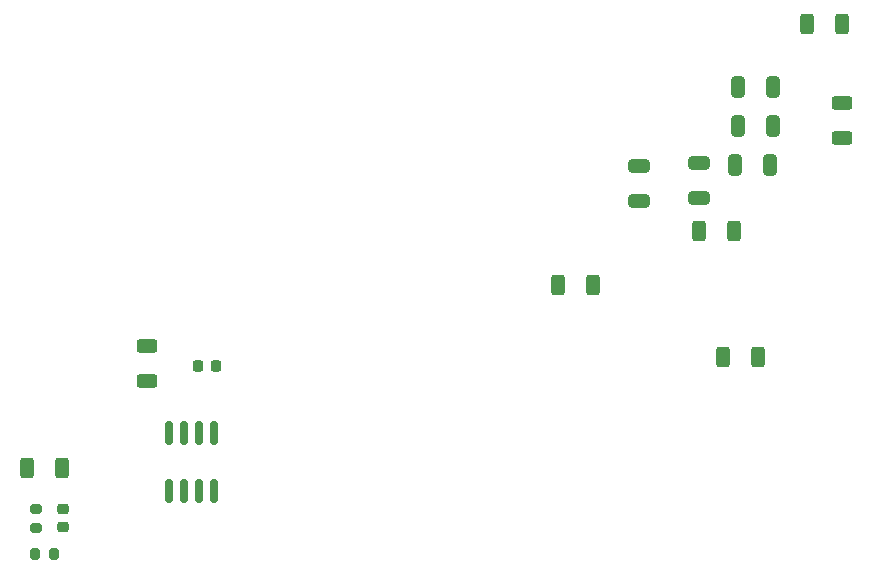
<source format=gbr>
%TF.GenerationSoftware,KiCad,Pcbnew,(6.0.10)*%
%TF.CreationDate,2023-01-04T19:45:40+03:00*%
%TF.ProjectId,ee463_project,65653436-335f-4707-926f-6a6563742e6b,rev?*%
%TF.SameCoordinates,Original*%
%TF.FileFunction,Paste,Top*%
%TF.FilePolarity,Positive*%
%FSLAX46Y46*%
G04 Gerber Fmt 4.6, Leading zero omitted, Abs format (unit mm)*
G04 Created by KiCad (PCBNEW (6.0.10)) date 2023-01-04 19:45:40*
%MOMM*%
%LPD*%
G01*
G04 APERTURE LIST*
G04 Aperture macros list*
%AMRoundRect*
0 Rectangle with rounded corners*
0 $1 Rounding radius*
0 $2 $3 $4 $5 $6 $7 $8 $9 X,Y pos of 4 corners*
0 Add a 4 corners polygon primitive as box body*
4,1,4,$2,$3,$4,$5,$6,$7,$8,$9,$2,$3,0*
0 Add four circle primitives for the rounded corners*
1,1,$1+$1,$2,$3*
1,1,$1+$1,$4,$5*
1,1,$1+$1,$6,$7*
1,1,$1+$1,$8,$9*
0 Add four rect primitives between the rounded corners*
20,1,$1+$1,$2,$3,$4,$5,0*
20,1,$1+$1,$4,$5,$6,$7,0*
20,1,$1+$1,$6,$7,$8,$9,0*
20,1,$1+$1,$8,$9,$2,$3,0*%
G04 Aperture macros list end*
%ADD10RoundRect,0.225000X-0.225000X-0.250000X0.225000X-0.250000X0.225000X0.250000X-0.225000X0.250000X0*%
%ADD11RoundRect,0.250000X0.625000X-0.312500X0.625000X0.312500X-0.625000X0.312500X-0.625000X-0.312500X0*%
%ADD12RoundRect,0.250000X0.325000X0.650000X-0.325000X0.650000X-0.325000X-0.650000X0.325000X-0.650000X0*%
%ADD13RoundRect,0.250000X0.650000X-0.325000X0.650000X0.325000X-0.650000X0.325000X-0.650000X-0.325000X0*%
%ADD14RoundRect,0.250000X0.312500X0.625000X-0.312500X0.625000X-0.312500X-0.625000X0.312500X-0.625000X0*%
%ADD15RoundRect,0.150000X0.150000X-0.825000X0.150000X0.825000X-0.150000X0.825000X-0.150000X-0.825000X0*%
%ADD16RoundRect,0.250000X-0.625000X0.312500X-0.625000X-0.312500X0.625000X-0.312500X0.625000X0.312500X0*%
%ADD17RoundRect,0.250000X-0.312500X-0.625000X0.312500X-0.625000X0.312500X0.625000X-0.312500X0.625000X0*%
%ADD18RoundRect,0.200000X-0.275000X0.200000X-0.275000X-0.200000X0.275000X-0.200000X0.275000X0.200000X0*%
%ADD19RoundRect,0.225000X-0.250000X0.225000X-0.250000X-0.225000X0.250000X-0.225000X0.250000X0.225000X0*%
%ADD20RoundRect,0.200000X0.200000X0.275000X-0.200000X0.275000X-0.200000X-0.275000X0.200000X-0.275000X0*%
G04 APERTURE END LIST*
D10*
%TO.C,C8*%
X91173000Y-113294000D03*
X92723000Y-113294000D03*
%TD*%
D11*
%TO.C,R2*%
X145734500Y-93928500D03*
X145734500Y-91003500D03*
%TD*%
D12*
%TO.C,C3*%
X139651000Y-96276000D03*
X136701000Y-96276000D03*
%TD*%
D13*
%TO.C,C6*%
X133604000Y-99021000D03*
X133604000Y-96071000D03*
%TD*%
D14*
%TO.C,R4*%
X136590500Y-101864000D03*
X133665500Y-101864000D03*
%TD*%
D15*
%TO.C,U3*%
X88773000Y-123897000D03*
X90043000Y-123897000D03*
X91313000Y-123897000D03*
X92583000Y-123897000D03*
X92583000Y-118947000D03*
X91313000Y-118947000D03*
X90043000Y-118947000D03*
X88773000Y-118947000D03*
%TD*%
D16*
%TO.C,R7*%
X86868000Y-111577500D03*
X86868000Y-114502500D03*
%TD*%
D17*
%TO.C,R6*%
X76769500Y-121930000D03*
X79694500Y-121930000D03*
%TD*%
%TO.C,R1*%
X135697500Y-112532000D03*
X138622500Y-112532000D03*
%TD*%
D18*
%TO.C,R8*%
X77470000Y-125360000D03*
X77470000Y-127010000D03*
%TD*%
D12*
%TO.C,C2*%
X139905000Y-89672000D03*
X136955000Y-89672000D03*
%TD*%
D19*
%TO.C,C9*%
X79756000Y-125347000D03*
X79756000Y-126897000D03*
%TD*%
D12*
%TO.C,C1*%
X139905000Y-92974000D03*
X136955000Y-92974000D03*
%TD*%
D14*
%TO.C,R5*%
X124652500Y-106436000D03*
X121727500Y-106436000D03*
%TD*%
D13*
%TO.C,C7*%
X128524000Y-99275000D03*
X128524000Y-96325000D03*
%TD*%
D20*
%TO.C,D3*%
X79057000Y-129170000D03*
X77407000Y-129170000D03*
%TD*%
D14*
%TO.C,R3*%
X145734500Y-84338000D03*
X142809500Y-84338000D03*
%TD*%
M02*

</source>
